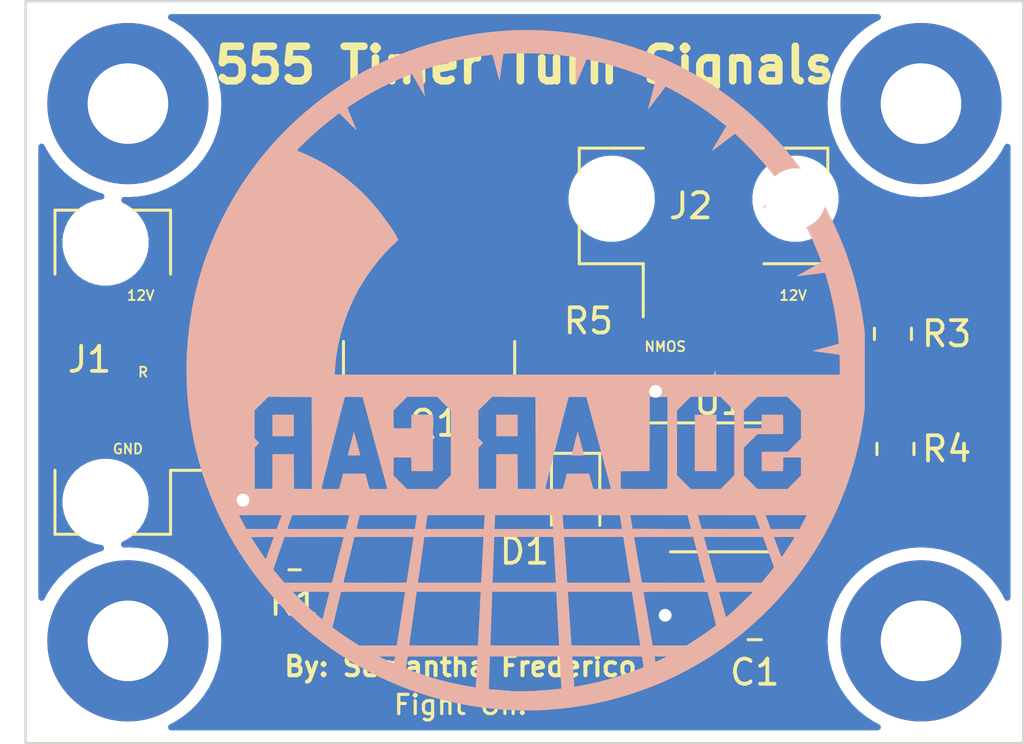
<source format=kicad_pcb>
(kicad_pcb (version 20211014) (generator pcbnew)
  (layers (0 "F.Cu" signal) (31 "B.Cu" signal) (36 "B.SilkS" user "B.Silkscreen") (37 "F.SilkS" user "F.Silkscreen") (38 "B.Mask" user) (39 "F.Mask" user) (44 "Edge.Cuts" user))
  (net 0 "")
  (net 1 "Net-(C1-Pad1)")
  (net 2 "GND")
  (net 3 "Net-(D1-Pad1)")
  (net 4 "Net-(D1-Pad2)")
  (net 5 "+12V")
  (net 6 "Net-(J1-Pad2)")
  (net 7 "Net-(J2-Pad1)")
  (net 8 "Net-(R3-Pad2)")
  (footprint "Package_TO_SOT_SMD:TO-252-2_TabPin1" (layer "F.Cu") (at 136.42 74.71 90)
    (fp_text reference "Q1" (at -4.03 0.232 180) (layer "F.SilkS"))
    (fp_text value "Q_NMOS_DGS" hide)
    (pad "1" smd rect (at 2.825 0 90) (size 7 7) (layers "F.Cu" "F.Mask") (net 7 "Net-(J2-Pad1)"))
    (pad "2" smd rect (at -4.575 -2.3 90) (size 3.5 2) (layers "F.Cu" "F.Paste" "F.Mask") (net 4 "Net-(D1-Pad2)"))
    (pad "3" smd rect (at -4.575 2.28 90) (size 3.5 2) (layers "F.Cu" "F.Paste" "F.Mask") (net 2 "GND"))
  )
  (footprint "Capacitor_SMD:C_0805_2012Metric_Pad1.18x1.45mm_HandSolder" (layer "F.Cu") (at 149.352 86.594 180)
    (fp_text reference "C1" (at 0 -2.032) (layer "F.SilkS"))
    (fp_text value "10uF" hide)
    (pad "1" smd roundrect (at -1.0375 0 180) (size 1.175 1.45) (layers "F.Cu" "F.Paste" "F.Mask") (roundrect_rratio 0.212766) (net 1 "Net-(C1-Pad1)"))
    (pad "2" smd roundrect (at 1.0375 0 180) (size 1.175 1.45) (layers "F.Cu" "F.Paste" "F.Mask") (roundrect_rratio 0.212766) (net 2 "GND"))
  )
  (footprint "MountingHole:MountingHole_3.2mm_M3_Pad" (layer "F.Cu") (at 124.46 87.376)
    (fp_text reference "REF**" hide)
    (fp_text value "MountingHole_3.2mm_M3_Pad" hide)
    (pad "1" thru_hole circle (at 0 0) (size 6.4 6.4) (drill 3.2) (layers *.Cu *.Mask))
  )
  (footprint "Package_SO:SOIC-8_3.9x4.9mm_P1.27mm" (layer "F.Cu") (at 147.955 81.28)
    (fp_text reference "U1" (at 0 -3.4) (layer "F.SilkS"))
    (fp_text value "NE555D" hide)
    (pad "1" smd roundrect (at -2.475 -1.905) (size 1.95 0.6) (layers "F.Cu" "F.Paste" "F.Mask") (net 2 "GND"))
    (pad "2" smd roundrect (at -2.475 -0.635) (size 1.95 0.6) (layers "F.Cu" "F.Paste" "F.Mask") (net 1 "Net-(C1-Pad1)"))
    (pad "3" smd roundrect (at -2.475 0.635) (size 1.95 0.6) (layers "F.Cu" "F.Paste" "F.Mask") (net 4 "Net-(D1-Pad2)"))
    (pad "4" smd roundrect (at -2.475 1.905) (size 1.95 0.6) (layers "F.Cu" "F.Paste" "F.Mask") (net 6 "Net-(J1-Pad2)"))
    (pad "5" smd roundrect (at 2.475 1.905) (size 1.95 0.6) (layers "F.Cu" "F.Paste" "F.Mask"))
    (pad "6" smd roundrect (at 2.475 0.635) (size 1.95 0.6) (layers "F.Cu" "F.Paste" "F.Mask") (net 1 "Net-(C1-Pad1)"))
    (pad "7" smd roundrect (at 2.475 -0.635) (size 1.95 0.6) (layers "F.Cu" "F.Paste" "F.Mask") (net 8 "Net-(R3-Pad2)"))
    (pad "8" smd roundrect (at 2.475 -1.905) (size 1.95 0.6) (layers "F.Cu" "F.Paste" "F.Mask") (net 5 "+12V"))
  )
  (footprint "Resistor_SMD:R_0805_2012Metric_Pad1.20x1.40mm_HandSolder" (layer "F.Cu") (at 131.08 83.82 180)
    (fp_text reference "R1" (at 0.016 -2.032) (layer "F.SilkS"))
    (fp_text value "10k" hide)
    (pad "1" smd roundrect (at -1 0 180) (size 1.2 1.4) (layers "F.Cu" "F.Paste" "F.Mask") (roundrect_rratio 0.208333) (net 6 "Net-(J1-Pad2)"))
    (pad "2" smd roundrect (at 1 0 180) (size 1.2 1.4) (layers "F.Cu" "F.Paste" "F.Mask") (roundrect_rratio 0.208333) (net 2 "GND"))
  )
  (footprint "LED_SMD:LED_0805_2012Metric_Pad1.15x1.40mm_HandSolder" (layer "F.Cu") (at 142.24 81.788 -90)
    (fp_text reference "D1" (at 2.032 2.032) (layer "F.SilkS"))
    (fp_text value "LED" hide)
    (pad "1" smd roundrect (at -1.025 0 270) (size 1.15 1.4) (layers "F.Cu" "F.Paste" "F.Mask") (roundrect_rratio 0.217391) (net 3 "Net-(D1-Pad1)"))
    (pad "2" smd roundrect (at 1.025 0 270) (size 1.15 1.4) (layers "F.Cu" "F.Paste" "F.Mask") (roundrect_rratio 0.217391) (net 4 "Net-(D1-Pad2)"))
  )
  (footprint "Resistor_SMD:R_0805_2012Metric_Pad1.20x1.40mm_HandSolder" (layer "F.Cu") (at 130.556 72.136 -90)
    (fp_text reference "R2" (at 3.048 -0.508) (layer "F.SilkS"))
    (fp_text value "10k" hide)
    (pad "1" smd roundrect (at -1 0 270) (size 1.2 1.4) (layers "F.Cu" "F.Paste" "F.Mask") (roundrect_rratio 0.208333) (net 5 "+12V"))
    (pad "2" smd roundrect (at 1 0 270) (size 1.2 1.4) (layers "F.Cu" "F.Paste" "F.Mask") (roundrect_rratio 0.208333) (net 6 "Net-(J1-Pad2)"))
  )
  (footprint "Connector_Molex:Molex_Micro-Fit_3.0_43650-0321_1x03_P3.00mm_Vertical" (layer "F.Cu") (at 123.858 76.708 90)
    (fp_text reference "J1" (at 0.508 -0.922) (layer "F.SilkS"))
    (fp_text value "Conn_01x03_Female" hide)
    (pad "" np_thru_hole circle (at -5.15 -0.285 90) (size 2.41 2.41) (drill 2.41) (layers *.Cu *.Mask))
    (pad "" np_thru_hole circle (at 5.15 -0.285 90) (size 2.41 2.41) (drill 2.41) (layers *.Cu *.Mask))
    (pad "1" smd rect (at -3 3.135 90) (size 1.27 2.54) (layers "F.Cu" "F.Paste" "F.Mask") (net 2 "GND"))
    (pad "2" smd rect (at 0 3.135 90) (size 1.27 2.54) (layers "F.Cu" "F.Paste" "F.Mask") (net 6 "Net-(J1-Pad2)"))
    (pad "3" smd rect (at 3 3.135 90) (size 1.27 2.54) (layers "F.Cu" "F.Paste" "F.Mask") (net 5 "+12V"))
  )
  (footprint "Resistor_SMD:R_0805_2012Metric_Pad1.20x1.40mm_HandSolder" (layer "F.Cu") (at 154.94 79.756 -90)
    (fp_text reference "R4" (at 0 -2.032 180) (layer "F.SilkS"))
    (fp_text value "5k" hide)
    (pad "1" smd roundrect (at -1 0 270) (size 1.2 1.4) (layers "F.Cu" "F.Paste" "F.Mask") (roundrect_rratio 0.208333) (net 8 "Net-(R3-Pad2)"))
    (pad "2" smd roundrect (at 1 0 270) (size 1.2 1.4) (layers "F.Cu" "F.Paste" "F.Mask") (roundrect_rratio 0.208333) (net 1 "Net-(C1-Pad1)"))
  )
  (footprint "Connector_Molex:Molex_Micro-Fit_3.0_43650-0221_1x02_P3.00mm_Vertical" (layer "F.Cu") (at 147.32 70.104)
    (fp_text reference "J2" (at -0.508 0) (layer "F.SilkS"))
    (fp_text value "Conn_01x02_Female" hide)
    (pad "" np_thru_hole circle (at 3.65 -0.285) (size 2.41 2.41) (drill 2.41) (layers *.Cu *.Mask))
    (pad "" np_thru_hole circle (at -3.65 -0.285) (size 2.41 2.41) (drill 2.41) (layers *.Cu *.Mask))
    (pad "1" smd rect (at -1.5 3.135) (size 1.27 2.54) (layers "F.Cu" "F.Paste" "F.Mask") (net 7 "Net-(J2-Pad1)"))
    (pad "2" smd rect (at 1.5 3.135) (size 1.27 2.54) (layers "F.Cu" "F.Paste" "F.Mask") (net 5 "+12V"))
  )
  (footprint "MountingHole:MountingHole_3.2mm_M3_Pad" (layer "F.Cu") (at 124.46 66.04)
    (fp_text reference "REF**" hide)
    (fp_text value "MountingHole_3.2mm_M3_Pad" hide)
    (pad "1" thru_hole circle (at 0 0) (size 6.4 6.4) (drill 3.2) (layers *.Cu *.Mask))
  )
  (footprint "Resistor_SMD:R_0805_2012Metric_Pad1.20x1.40mm_HandSolder" (layer "F.Cu") (at 154.84 75.184 -90)
    (fp_text reference "R3" (at 0 -2.132 180) (layer "F.SilkS"))
    (fp_text value "0" hide)
    (pad "1" smd roundrect (at -1 0 270) (size 1.2 1.4) (layers "F.Cu" "F.Paste" "F.Mask") (roundrect_rratio 0.208333) (net 5 "+12V"))
    (pad "2" smd roundrect (at 1 0 270) (size 1.2 1.4) (layers "F.Cu" "F.Paste" "F.Mask") (roundrect_rratio 0.208333) (net 8 "Net-(R3-Pad2)"))
  )
  (footprint "MountingHole:MountingHole_3.2mm_M3_Pad" (layer "F.Cu") (at 155.956 87.376)
    (fp_text reference "REF**" hide)
    (fp_text value "MountingHole_3.2mm_M3_Pad" hide)
    (pad "1" thru_hole circle (at 0 0) (size 6.4 6.4) (drill 3.2) (layers *.Cu *.Mask))
  )
  (footprint "Resistor_SMD:R_0805_2012Metric_Pad1.20x1.40mm_HandSolder" (layer "F.Cu") (at 142.748 77.216 -90)
    (fp_text reference "R5" (at -2.54 0 180) (layer "F.SilkS"))
    (fp_text value "20k" hide)
    (pad "1" smd roundrect (at -1 0 270) (size 1.2 1.4) (layers "F.Cu" "F.Paste" "F.Mask") (roundrect_rratio 0.208333) (net 2 "GND"))
    (pad "2" smd roundrect (at 1 0 270) (size 1.2 1.4) (layers "F.Cu" "F.Paste" "F.Mask") (roundrect_rratio 0.208333) (net 3 "Net-(D1-Pad1)"))
  )
  (footprint "MountingHole:MountingHole_3.2mm_M3_Pad" (layer "F.Cu") (at 155.956 66.04)
    (fp_text reference "REF**" hide)
    (fp_text value "MountingHole_3.2mm_M3_Pad" hide)
    (pad "1" thru_hole circle (at 0 0) (size 6.4 6.4) (drill 3.2) (layers *.Cu *.Mask))
  )
  (footprint "Library:background_reduced_silk_1in13" (layer "B.Cu") (at 140.208 76.708 180)
    (fp_text reference "G***" hide)
    (fp_text value "" hide)
  )
  (footprint "Library:sun+solar_mask_1in13" (layer "B.Cu") (at 140.208 76.708 180)
    (fp_text reference "G***" hide)
    (fp_text value "" hide)
  )
  (gr_rect (start 120.396 61.976) (end 160.02 91.44) (layer "Edge.Cuts") (width 0.1) (fill none))
  (gr_text "12V" (at 124.968 73.66) (layer "F.SilkS") (effects (font (size 0.3904 0.3904) (thickness 0.0738))))
  (gr_text "12V" (at 150.876 73.66) (layer "F.SilkS") (effects (font (size 0.3904 0.3904) (thickness 0.0738))))
  (gr_text "NMOS" (at 145.796 75.692) (layer "F.SilkS") (effects (font (size 0.3904 0.3904) (thickness 0.0738))))
  (gr_text "555 Timer Turn Signals" (at 140.208 64.516) (layer "F.SilkS") (effects (font (size 1.373 1.373) (thickness 0.3))))
  (gr_text "R" (at 125.062 76.708) (layer "F.SilkS") (effects (font (size 0.3904 0.3904) (thickness 0.0738))))
  (gr_text "GND" (at 124.46 79.756) (layer "F.SilkS") (effects (font (size 0.3904 0.3904) (thickness 0.0738))))
  (gr_text "Fight On!" (at 137.668 89.916) (layer "F.SilkS") (effects (font (size 0.7634 0.7634) (thickness 0.12735))))
  (gr_text "By: Samantha Frederico" (at 137.668 88.392) (layer "F.SilkS") (effects (font (size 0.7714 0.7714) (thickness 0.1611))))
  (segment (start 153.543 81.915) (end 153.781 81.915) (width 0.254) (layer "F.Cu") (net 1))
  (segment (start 148.796053 81.915) (end 150.43 81.915) (width 0.254) (layer "F.Cu") (net 1))
  (segment (start 147.526053 80.645) (end 148.796053 81.915) (width 0.254) (layer "F.Cu") (net 1))
  (segment (start 150.3895 86.594) (end 153.543 83.4405) (width 0.254) (layer "F.Cu") (net 1))
  (segment (start 145.48 80.645) (end 147.526053 80.645) (width 0.254) (layer "F.Cu") (net 1))
  (segment (start 153.543 83.4405) (end 153.543 81.915) (width 0.254) (layer "F.Cu") (net 1))
  (segment (start 150.43 81.915) (end 153.543 81.915) (width 0.254) (layer "F.Cu") (net 1))
  (segment (start 153.781 81.915) (end 154.94 80.756) (width 0.254) (layer "F.Cu") (net 1))
  (segment (start 145.415 77.47) (end 144.161 76.216) (width 0.762) (layer "F.Cu") (net 2))
  (segment (start 130.08 82.836) (end 129.032 81.788) (width 0.762) (layer "F.Cu") (net 2))
  (segment (start 140.716 77.724) (end 142.224 76.216) (width 0.762) (layer "F.Cu") (net 2))
  (segment (start 127.087 79.843) (end 129.032 81.788) (width 0.762) (layer "F.Cu") (net 2))
  (segment (start 144.161 76.216) (end 142.748 76.216) (width 0.762) (layer "F.Cu") (net 2))
  (segment (start 142.224 76.216) (end 142.748 76.216) (width 0.762) (layer "F.Cu") (net 2))
  (segment (start 130.08 83.82) (end 130.08 82.836) (width 0.762) (layer "F.Cu") (net 2))
  (segment (start 127.087 79.708) (end 127.087 79.843) (width 0.762) (layer "F.Cu") (net 2))
  (segment (start 140.716 78.74) (end 140.716 77.724) (width 0.762) (layer "F.Cu") (net 2))
  (segment (start 145.48 79.375) (end 145.48 77.535) (width 0.762) (layer "F.Cu") (net 2))
  (segment (start 145.796 86.36) (end 148.0805 86.36) (width 0.762) (layer "F.Cu") (net 2))
  (segment (start 145.48 77.535) (end 145.415 77.47) (width 0.762) (layer "F.Cu") (net 2))
  (segment (start 148.0805 86.36) (end 148.3145 86.594) (width 0.762) (layer "F.Cu") (net 2))
  (segment (start 138.7 79.285) (end 140.171 79.285) (width 0.762) (layer "F.Cu") (net 2))
  (segment (start 140.171 79.285) (end 140.716 78.74) (width 0.762) (layer "F.Cu") (net 2))
  (via (at 145.415 77.47) (size 1.016) (drill 0.508) (layers "F.Cu" "B.Cu") (net 2))
  (via (at 145.796 86.36) (size 1.016) (drill 0.508) (layers "F.Cu" "B.Cu") (net 2))
  (via (at 129.032 81.788) (size 1.016) (drill 0.508) (layers "F.Cu" "B.Cu") (net 2))
  (segment (start 142.748 80.255) (end 142.748 78.216) (width 0.254) (layer "F.Cu") (net 3))
  (segment (start 142.24 80.763) (end 142.748 80.255) (width 0.254) (layer "F.Cu") (net 3))
  (segment (start 143.247 82.813) (end 144.145 81.915) (width 0.254) (layer "F.Cu") (net 4))
  (segment (start 134.112 79.293) (end 134.12 79.285) (width 0.254) (layer "F.Cu") (net 4))
  (segment (start 142.24 82.813) (end 142.231 82.804) (width 0.254) (layer "F.Cu") (net 4))
  (segment (start 134.112 81.28) (end 134.112 79.293) (width 0.254) (layer "F.Cu") (net 4))
  (segment (start 142.231 82.804) (end 135.636 82.804) (width 0.254) (layer "F.Cu") (net 4))
  (segment (start 135.636 82.804) (end 134.112 81.28) (width 0.254) (layer "F.Cu") (net 4))
  (segment (start 144.145 81.915) (end 144.845 81.915) (width 0.254) (layer "F.Cu") (net 4))
  (segment (start 142.24 82.813) (end 143.247 82.813) (width 0.254) (layer "F.Cu") (net 4))
  (segment (start 150.43 77.662) (end 150.43 79.375) (width 0.762) (layer "F.Cu") (net 5))
  (segment (start 129.659 71.136) (end 130.556 71.136) (width 0.762) (layer "F.Cu") (net 5))
  (segment (start 146.812 67.056) (end 131.572 67.056) (width 0.762) (layer "F.Cu") (net 5))
  (segment (start 148.82 73.239) (end 148.82 69.064) (width 0.762) (layer "F.Cu") (net 5))
  (segment (start 148.82 69.064) (end 146.812 67.056) (width 0.762) (layer "F.Cu") (net 5))
  (segment (start 148.82 75.668) (end 148.82 73.239) (width 0.762) (layer "F.Cu") (net 5))
  (segment (start 150.622 77.47) (end 148.82 75.668) (width 0.762) (layer "F.Cu") (net 5))
  (segment (start 127.087 73.708) (end 129.659 71.136) (width 0.762) (layer "F.Cu") (net 5))
  (segment (start 154.84 74.184) (end 153.908 74.184) (width 0.762) (layer "F.Cu") (net 5))
  (segment (start 130.556 68.072) (end 130.556 71.136) (width 0.762) (layer "F.Cu") (net 5))
  (segment (start 131.572 67.056) (end 130.556 68.072) (width 0.762) (layer "F.Cu") (net 5))
  (segment (start 153.908 74.184) (end 150.622 77.47) (width 0.762) (layer "F.Cu") (net 5))
  (segment (start 150.622 77.47) (end 150.43 77.662) (width 0.762) (layer "F.Cu") (net 5))
  (segment (start 130.556 73.239) (end 130.556 73.136) (width 0.254) (layer "F.Cu") (net 6))
  (segment (start 144.78 83.185) (end 145.48 83.185) (width 0.254) (layer "F.Cu") (net 6))
  (segment (start 133.065 84.805) (end 143.225 84.805) (width 0.254) (layer "F.Cu") (net 6))
  (segment (start 129.54 78.74) (end 129.54 79.756) (width 0.254) (layer "F.Cu") (net 6))
  (segment (start 127.087 76.708) (end 127.508 76.708) (width 0.254) (layer "F.Cu") (net 6))
  (segment (start 127.087 76.708) (end 130.556 73.239) (width 0.254) (layer "F.Cu") (net 6))
  (segment (start 132.08 83.82) (end 133.065 84.805) (width 0.254) (layer "F.Cu") (net 6))
  (segment (start 129.54 79.756) (end 132.08 82.296) (width 0.254) (layer "F.Cu") (net 6))
  (segment (start 144.845 83.185) (end 143.225 84.805) (width 0.254) (layer "F.Cu") (net 6))
  (segment (start 127.508 76.708) (end 129.54 78.74) (width 0.254) (layer "F.Cu") (net 6))
  (segment (start 132.08 82.296) (end 132.08 83.82) (width 0.254) (layer "F.Cu") (net 6))
  (segment (start 137.774 73.239) (end 136.42 71.885) (width 0.254) (layer "F.Cu") (net 7))
  (segment (start 145.82 73.239) (end 137.774 73.239) (width 0.254) (layer "F.Cu") (net 7))
  (segment (start 154.84 78.656) (end 154.84 75.676) (width 0.254) (layer "F.Cu") (net 8))
  (segment (start 152.019 80.645) (end 153.908 78.756) (width 0.254) (layer "F.Cu") (net 8))
  (segment (start 154.94 78.756) (end 154.84 78.656) (width 0.254) (layer "F.Cu") (net 8))
  (segment (start 150.43 80.645) (end 152.019 80.645) (width 0.254) (layer "F.Cu") (net 8))
  (segment (start 153.908 78.756) (end 154.94 78.756) (width 0.254) (layer "F.Cu") (net 8))
  (zone (net 2) (net_name "GND") (layer "B.Cu") (connect_pads (clearance 0.508)) (min_thickness 0.254) (fill yes (thermal_gap 0.508) (thermal_bridge_width 0.508))
    (polygon (pts (xy 160.02 91.44) (xy 120.396 91.44) (xy 120.396 61.976) (xy 160.02 61.976)))
  )
  (zone (net 2) (net_name "GND") (layer "B.Cu") (connect_pads (clearance 0.508)) (min_thickness 0.254) (fill yes (thermal_gap 0.508) (thermal_bridge_width 0.508))
    (polygon (pts (xy 158.75 88.9) (xy 119.38 88.9) (xy 119.38 64.135) (xy 158.75 64.135)))
  )
)
</source>
